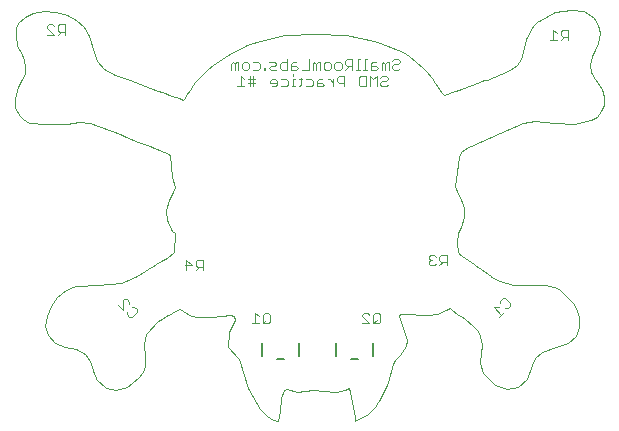
<source format=gbo>
G75*
G70*
%OFA0B0*%
%FSLAX24Y24*%
%IPPOS*%
%LPD*%
%AMOC8*
5,1,8,0,0,1.08239X$1,22.5*
%
%ADD10C,0.0010*%
%ADD11C,0.0040*%
%ADD12C,0.0060*%
D10*
X002813Y001666D02*
X002773Y001794D01*
X002677Y002095D01*
X002502Y002332D01*
X002202Y002485D01*
X001841Y002565D01*
X001498Y002704D01*
X001254Y002972D01*
X001179Y003262D01*
X001215Y003596D01*
X001351Y003934D01*
X001577Y004233D01*
X001868Y004458D01*
X002112Y004565D01*
X002191Y004598D01*
X002926Y004644D01*
X003693Y004687D01*
X003862Y004749D01*
X004222Y004936D01*
X004496Y005090D01*
X004609Y005166D01*
X004763Y005259D01*
X004822Y005299D01*
X004868Y005336D01*
X005046Y005430D01*
X005230Y005537D01*
X005472Y005723D01*
X005486Y006356D01*
X005413Y006444D01*
X005245Y006806D01*
X005202Y007130D01*
X005293Y007457D01*
X005432Y007739D01*
X005482Y007896D01*
X005390Y008224D01*
X005347Y008635D01*
X005334Y008922D01*
X005287Y009005D01*
X004974Y009138D01*
X004888Y009162D01*
X004802Y009186D01*
X004651Y009252D01*
X004472Y009334D01*
X004358Y009372D01*
X004248Y009408D01*
X003876Y009570D01*
X003666Y009655D01*
X003044Y009898D01*
X002939Y009935D01*
X002648Y010029D01*
X002287Y010048D01*
X001893Y010008D01*
X001223Y009993D01*
X000645Y010024D01*
X000436Y010150D01*
X000318Y010268D01*
X000160Y010544D01*
X000160Y010859D01*
X000258Y011216D01*
X000389Y011507D01*
X000483Y011671D01*
X000513Y011894D01*
X000480Y012135D01*
X000348Y012387D01*
X000277Y012532D01*
X000231Y012631D01*
X000185Y012959D01*
X000197Y013204D01*
X000274Y013356D01*
X000482Y013566D01*
X000771Y013702D01*
X001127Y013758D01*
X001538Y013733D01*
X001895Y013635D01*
X002203Y013466D01*
X002455Y013230D01*
X002641Y012933D01*
X002800Y012402D01*
X002897Y012091D01*
X003125Y011827D01*
X003512Y011631D01*
X004008Y011447D01*
X004657Y011208D01*
X004757Y011157D01*
X004821Y011132D01*
X004944Y011093D01*
X005077Y011054D01*
X005150Y011027D01*
X005231Y011001D01*
X005295Y010978D01*
X005393Y010928D01*
X005630Y010848D01*
X005767Y010795D01*
X005820Y010869D01*
X005873Y010961D01*
X005991Y011132D01*
X006109Y011303D01*
X006172Y011390D01*
X006351Y011605D01*
X006583Y011837D01*
X006753Y011968D01*
X007260Y012293D01*
X007909Y012615D01*
X008087Y012691D01*
X008226Y012735D01*
X008324Y012767D01*
X009156Y012964D01*
X010180Y013012D01*
X011206Y012977D01*
X012138Y012763D01*
X012335Y012697D01*
X013097Y012382D01*
X013290Y012275D01*
X013780Y011855D01*
X013859Y011763D01*
X014047Y011532D01*
X014173Y011368D01*
X014388Y011033D01*
X014453Y010974D01*
X014822Y011094D01*
X014954Y011132D01*
X015029Y011154D01*
X015383Y011291D01*
X015720Y011426D01*
X015800Y011447D01*
X015896Y011472D01*
X016367Y011651D01*
X016659Y011781D01*
X016883Y011952D01*
X017033Y012155D01*
X017099Y012384D01*
X017201Y012839D01*
X017433Y013255D01*
X017583Y013417D01*
X017615Y013442D01*
X018154Y013746D01*
X018691Y013803D01*
X019126Y013748D01*
X019480Y013521D01*
X019611Y013288D01*
X019663Y013037D01*
X019606Y012689D01*
X019502Y012471D01*
X019390Y012276D01*
X019336Y011979D01*
X019363Y011724D01*
X019483Y011489D01*
X019733Y011158D01*
X019795Y010880D01*
X019796Y010645D01*
X019703Y010437D01*
X019562Y010240D01*
X019349Y010119D01*
X018813Y009990D01*
X018167Y010026D01*
X017484Y010100D01*
X017101Y010043D01*
X016315Y009686D01*
X016026Y009555D01*
X015374Y009252D01*
X015262Y009214D01*
X015225Y009190D01*
X015152Y009149D01*
X015017Y009079D01*
X014977Y008901D01*
X014867Y008148D01*
X014832Y007931D01*
X014860Y007829D01*
X015071Y007401D01*
X015124Y007204D01*
X015133Y006899D01*
X015037Y006559D01*
X014927Y006347D01*
X014904Y006022D01*
X014915Y005757D01*
X014959Y005664D01*
X015028Y005615D01*
X015075Y005588D01*
X015454Y005324D01*
X015514Y005274D01*
X015541Y005247D01*
X015600Y005221D01*
X016014Y004932D01*
X016039Y004911D01*
X016314Y004773D01*
X016748Y004638D01*
X017208Y004633D01*
X017867Y004634D01*
X018220Y004522D01*
X018320Y004473D01*
X018773Y004029D01*
X018861Y003862D01*
X018953Y003567D01*
X018972Y003242D01*
X018856Y002935D01*
X018613Y002702D01*
X018181Y002567D01*
X017717Y002397D01*
X017510Y002202D01*
X017402Y001950D01*
X017233Y001483D01*
X016935Y001225D01*
X016550Y001159D01*
X016172Y001301D01*
X015763Y001703D01*
X015651Y002021D01*
X015685Y002370D01*
X015721Y002637D01*
X015667Y002937D01*
X015588Y003106D01*
X015437Y003277D01*
X015114Y003520D01*
X014891Y003659D01*
X014744Y003794D01*
X014670Y003862D01*
X014534Y003795D01*
X014228Y003671D01*
X013911Y003624D01*
X013123Y003650D01*
X013000Y003647D01*
X012970Y003600D01*
X013085Y003193D01*
X013216Y002784D01*
X013200Y002599D01*
X012986Y002299D01*
X012835Y002131D01*
X012779Y001996D01*
X012603Y001393D01*
X012571Y001309D01*
X012344Y000827D01*
X012281Y000754D01*
X012256Y000727D01*
X012151Y000558D01*
X011883Y000302D01*
X011582Y000150D01*
X011499Y000111D01*
X011486Y000226D01*
X011362Y000907D01*
X011336Y001069D01*
X011312Y001187D01*
X011174Y001143D01*
X010865Y001073D01*
X010477Y001109D01*
X010094Y001124D01*
X009579Y001077D01*
X009241Y001154D01*
X009144Y001133D01*
X009041Y000859D01*
X008983Y000420D01*
X008940Y000111D01*
X008775Y000133D01*
X008776Y000134D01*
X008552Y000266D01*
X008342Y000482D01*
X007943Y001194D01*
X007633Y002164D01*
X007612Y002201D01*
X007251Y002578D01*
X007295Y003068D01*
X007403Y003269D01*
X007489Y003463D01*
X007459Y003587D01*
X007316Y003636D01*
X007066Y003606D01*
X006650Y003550D01*
X006280Y003566D01*
X006038Y003611D01*
X005924Y003662D01*
X005868Y003698D01*
X005750Y003769D01*
X005657Y003841D01*
X005483Y003750D01*
X005300Y003639D01*
X005256Y003619D01*
X005186Y003586D01*
X005059Y003506D01*
X004914Y003428D01*
X004518Y003011D01*
X004459Y002670D01*
X004491Y002257D01*
X004497Y001932D01*
X004420Y001723D01*
X004258Y001522D01*
X003889Y001220D01*
X003521Y001124D01*
X003189Y001208D01*
X002877Y001510D01*
X002852Y001566D01*
X002813Y001666D01*
D11*
X003977Y003571D02*
X003894Y003654D01*
X003894Y003737D01*
X003763Y003785D02*
X003763Y004119D01*
X003805Y004161D01*
X003888Y004161D01*
X003971Y004077D01*
X003971Y003994D01*
X004061Y003904D02*
X004144Y003904D01*
X004228Y003821D01*
X004228Y003737D01*
X004061Y003571D01*
X003977Y003571D01*
X003763Y003785D02*
X003596Y003952D01*
X005877Y005123D02*
X005877Y005477D01*
X006054Y005300D01*
X005818Y005300D01*
X006181Y005300D02*
X006240Y005241D01*
X006417Y005241D01*
X006417Y005123D02*
X006417Y005477D01*
X006240Y005477D01*
X006181Y005418D01*
X006181Y005300D01*
X006299Y005241D02*
X006181Y005123D01*
X008180Y003705D02*
X008180Y003351D01*
X008298Y003351D02*
X008062Y003351D01*
X008298Y003587D02*
X008180Y003705D01*
X008425Y003646D02*
X008425Y003410D01*
X008484Y003351D01*
X008602Y003351D01*
X008661Y003410D01*
X008661Y003646D01*
X008602Y003705D01*
X008484Y003705D01*
X008425Y003646D01*
X008543Y003469D02*
X008425Y003351D01*
X011742Y003351D02*
X011978Y003351D01*
X011742Y003587D01*
X011742Y003646D01*
X011801Y003705D01*
X011919Y003705D01*
X011978Y003646D01*
X012105Y003646D02*
X012105Y003410D01*
X012164Y003351D01*
X012282Y003351D01*
X012341Y003410D01*
X012341Y003646D01*
X012282Y003705D01*
X012164Y003705D01*
X012105Y003646D01*
X012223Y003469D02*
X012105Y003351D01*
X014008Y005284D02*
X014126Y005284D01*
X014185Y005343D01*
X014312Y005284D02*
X014430Y005402D01*
X014371Y005402D02*
X014548Y005402D01*
X014548Y005284D02*
X014548Y005638D01*
X014371Y005638D01*
X014312Y005579D01*
X014312Y005461D01*
X014371Y005402D01*
X014185Y005579D02*
X014126Y005638D01*
X014008Y005638D01*
X013949Y005579D01*
X013949Y005520D01*
X014008Y005461D01*
X013949Y005402D01*
X013949Y005343D01*
X014008Y005284D01*
X014008Y005461D02*
X014067Y005461D01*
X016120Y003896D02*
X016370Y003646D01*
X016287Y003563D02*
X016453Y003730D01*
X016501Y003861D02*
X016585Y003861D01*
X016668Y003944D01*
X016668Y004028D01*
X016501Y004194D01*
X016418Y004194D01*
X016334Y004111D01*
X016334Y004028D01*
X016287Y003896D02*
X016120Y003896D01*
X012522Y011251D02*
X012581Y011310D01*
X012522Y011251D02*
X012404Y011251D01*
X012345Y011310D01*
X012345Y011369D01*
X012404Y011428D01*
X012522Y011428D01*
X012581Y011487D01*
X012581Y011546D01*
X012522Y011605D01*
X012404Y011605D01*
X012345Y011546D01*
X012218Y011605D02*
X012100Y011487D01*
X011982Y011605D01*
X011982Y011251D01*
X011856Y011251D02*
X011679Y011251D01*
X011620Y011310D01*
X011620Y011546D01*
X011679Y011605D01*
X011856Y011605D01*
X011856Y011251D01*
X012218Y011251D02*
X012218Y011605D01*
X012197Y011811D02*
X012020Y011811D01*
X012020Y011988D01*
X012079Y012047D01*
X012197Y012047D01*
X012197Y011929D02*
X012020Y011929D01*
X011894Y011811D02*
X011776Y011811D01*
X011835Y011811D02*
X011835Y012165D01*
X011894Y012165D01*
X011652Y012165D02*
X011593Y012165D01*
X011593Y011811D01*
X011652Y011811D02*
X011534Y011811D01*
X011410Y011811D02*
X011410Y012165D01*
X011233Y012165D01*
X011174Y012106D01*
X011174Y011988D01*
X011233Y011929D01*
X011410Y011929D01*
X011292Y011929D02*
X011174Y011811D01*
X011048Y011870D02*
X010989Y011811D01*
X010871Y011811D01*
X010812Y011870D01*
X010812Y011988D01*
X010871Y012047D01*
X010989Y012047D01*
X011048Y011988D01*
X011048Y011870D01*
X011131Y011605D02*
X010954Y011605D01*
X010895Y011546D01*
X010895Y011428D01*
X010954Y011369D01*
X011131Y011369D01*
X011131Y011251D02*
X011131Y011605D01*
X010769Y011487D02*
X010769Y011251D01*
X010769Y011369D02*
X010651Y011487D01*
X010592Y011487D01*
X010407Y011487D02*
X010289Y011487D01*
X010230Y011428D01*
X010230Y011251D01*
X010407Y011251D01*
X010466Y011310D01*
X010407Y011369D01*
X010230Y011369D01*
X010104Y011428D02*
X010104Y011310D01*
X010045Y011251D01*
X009868Y011251D01*
X009683Y011310D02*
X009624Y011251D01*
X009683Y011310D02*
X009683Y011546D01*
X009741Y011487D02*
X009624Y011487D01*
X009500Y011487D02*
X009441Y011487D01*
X009441Y011251D01*
X009500Y011251D02*
X009382Y011251D01*
X009258Y011310D02*
X009199Y011251D01*
X009022Y011251D01*
X008896Y011310D02*
X008896Y011428D01*
X008837Y011487D01*
X008719Y011487D01*
X008660Y011428D01*
X008660Y011369D01*
X008896Y011369D01*
X008896Y011310D02*
X008837Y011251D01*
X008719Y011251D01*
X009022Y011487D02*
X009199Y011487D01*
X009258Y011428D01*
X009258Y011310D01*
X009441Y011605D02*
X009441Y011664D01*
X009362Y011811D02*
X009539Y011811D01*
X009598Y011870D01*
X009539Y011929D01*
X009362Y011929D01*
X009362Y011988D02*
X009362Y011811D01*
X009235Y011811D02*
X009058Y011811D01*
X008999Y011870D01*
X008999Y011988D01*
X009058Y012047D01*
X009235Y012047D01*
X009235Y012165D02*
X009235Y011811D01*
X009362Y011988D02*
X009421Y012047D01*
X009539Y012047D01*
X009724Y011811D02*
X009960Y011811D01*
X009960Y012165D01*
X010087Y011988D02*
X010087Y011811D01*
X010205Y011811D02*
X010205Y011988D01*
X010146Y012047D01*
X010087Y011988D01*
X010205Y011988D02*
X010264Y012047D01*
X010323Y012047D01*
X010323Y011811D01*
X010449Y011870D02*
X010449Y011988D01*
X010508Y012047D01*
X010626Y012047D01*
X010685Y011988D01*
X010685Y011870D01*
X010626Y011811D01*
X010508Y011811D01*
X010449Y011870D01*
X010045Y011487D02*
X009868Y011487D01*
X010045Y011487D02*
X010104Y011428D01*
X008873Y011811D02*
X008696Y011811D01*
X008637Y011870D01*
X008696Y011929D01*
X008814Y011929D01*
X008873Y011988D01*
X008814Y012047D01*
X008637Y012047D01*
X008510Y011870D02*
X008451Y011870D01*
X008451Y011811D01*
X008510Y011811D01*
X008510Y011870D01*
X008329Y011870D02*
X008270Y011811D01*
X008093Y011811D01*
X007967Y011870D02*
X007908Y011811D01*
X007790Y011811D01*
X007731Y011870D01*
X007731Y011988D01*
X007790Y012047D01*
X007908Y012047D01*
X007967Y011988D01*
X007967Y011870D01*
X008093Y012047D02*
X008270Y012047D01*
X008329Y011988D01*
X008329Y011870D01*
X008112Y011605D02*
X008112Y011251D01*
X007994Y011251D02*
X007994Y011605D01*
X007994Y011487D02*
X007935Y011487D01*
X007994Y011487D02*
X008171Y011487D01*
X008171Y011369D02*
X007935Y011369D01*
X007808Y011487D02*
X007690Y011605D01*
X007690Y011251D01*
X007808Y011251D02*
X007572Y011251D01*
X007604Y011811D02*
X007604Y012047D01*
X007545Y012047D01*
X007486Y011988D01*
X007427Y012047D01*
X007368Y011988D01*
X007368Y011811D01*
X007486Y011811D02*
X007486Y011988D01*
X012197Y011929D02*
X012256Y011870D01*
X012197Y011811D01*
X012382Y011811D02*
X012382Y011988D01*
X012441Y012047D01*
X012500Y011988D01*
X012500Y011811D01*
X012618Y011811D02*
X012618Y012047D01*
X012559Y012047D01*
X012500Y011988D01*
X012745Y011929D02*
X012745Y011870D01*
X012804Y011811D01*
X012922Y011811D01*
X012981Y011870D01*
X012922Y011988D02*
X012804Y011988D01*
X012745Y011929D01*
X012745Y012106D02*
X012804Y012165D01*
X012922Y012165D01*
X012981Y012106D01*
X012981Y012047D01*
X012922Y011988D01*
X017993Y012785D02*
X018229Y012785D01*
X018111Y012785D02*
X018111Y013139D01*
X018229Y013021D01*
X018356Y012962D02*
X018415Y012903D01*
X018592Y012903D01*
X018592Y012785D02*
X018592Y013139D01*
X018415Y013139D01*
X018356Y013080D01*
X018356Y012962D01*
X018474Y012903D02*
X018356Y012785D01*
X001821Y012961D02*
X001821Y013315D01*
X001644Y013315D01*
X001585Y013256D01*
X001585Y013138D01*
X001644Y013079D01*
X001821Y013079D01*
X001703Y013079D02*
X001585Y012961D01*
X001458Y012961D02*
X001222Y013197D01*
X001222Y013256D01*
X001281Y013315D01*
X001399Y013315D01*
X001458Y013256D01*
X001458Y012961D02*
X001222Y012961D01*
D12*
X008382Y002691D02*
X008382Y002274D01*
X008885Y002171D02*
X009123Y002171D01*
X009620Y002274D02*
X009620Y002691D01*
X010862Y002691D02*
X010862Y002274D01*
X011365Y002171D02*
X011603Y002171D01*
X012100Y002274D02*
X012100Y002691D01*
M02*

</source>
